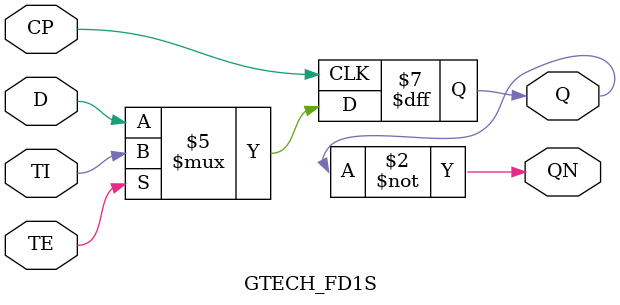
<source format=v>



module GTECH_FD1S (D, CP, TI, TE, Q, QN);  
	input D, CP, TI, TE;
	output Q, QN;

	reg Q, QN;
	
	always @(Q)
        begin
                QN = ~Q;
        end

        always @(posedge CP)
        begin
	    if (TE)
		Q = TI;
	    else
                Q = D;
        end
endmodule




</source>
